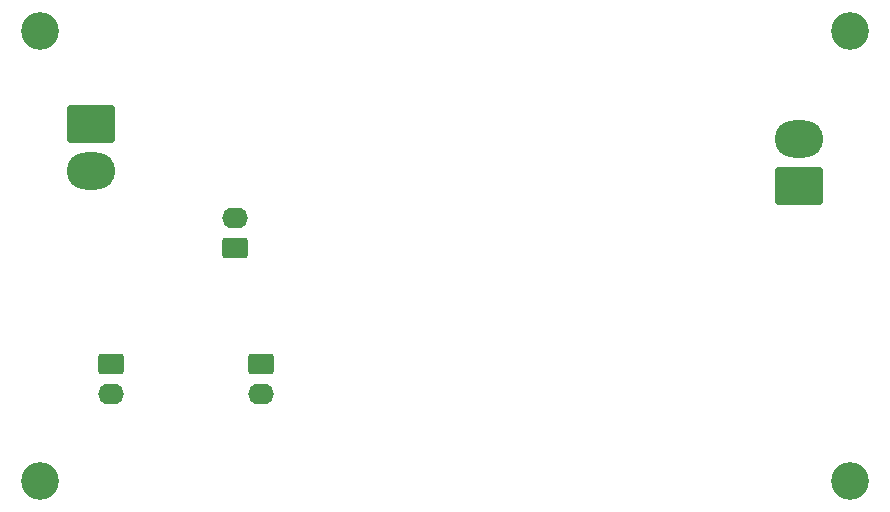
<source format=gbr>
%TF.GenerationSoftware,KiCad,Pcbnew,6.0.4-6f826c9f35~116~ubuntu21.10.1*%
%TF.CreationDate,2022-04-20T18:46:37+02:00*%
%TF.ProjectId,Carte_protection,43617274-655f-4707-926f-74656374696f,V.1.0*%
%TF.SameCoordinates,Original*%
%TF.FileFunction,Soldermask,Bot*%
%TF.FilePolarity,Negative*%
%FSLAX46Y46*%
G04 Gerber Fmt 4.6, Leading zero omitted, Abs format (unit mm)*
G04 Created by KiCad (PCBNEW 6.0.4-6f826c9f35~116~ubuntu21.10.1) date 2022-04-20 18:46:37*
%MOMM*%
%LPD*%
G01*
G04 APERTURE LIST*
G04 Aperture macros list*
%AMRoundRect*
0 Rectangle with rounded corners*
0 $1 Rounding radius*
0 $2 $3 $4 $5 $6 $7 $8 $9 X,Y pos of 4 corners*
0 Add a 4 corners polygon primitive as box body*
4,1,4,$2,$3,$4,$5,$6,$7,$8,$9,$2,$3,0*
0 Add four circle primitives for the rounded corners*
1,1,$1+$1,$2,$3*
1,1,$1+$1,$4,$5*
1,1,$1+$1,$6,$7*
1,1,$1+$1,$8,$9*
0 Add four rect primitives between the rounded corners*
20,1,$1+$1,$2,$3,$4,$5,0*
20,1,$1+$1,$4,$5,$6,$7,0*
20,1,$1+$1,$6,$7,$8,$9,0*
20,1,$1+$1,$8,$9,$2,$3,0*%
G04 Aperture macros list end*
%ADD10C,3.200000*%
%ADD11RoundRect,0.250000X-0.845000X0.620000X-0.845000X-0.620000X0.845000X-0.620000X0.845000X0.620000X0*%
%ADD12O,2.190000X1.740000*%
%ADD13RoundRect,0.250000X-1.800000X1.330000X-1.800000X-1.330000X1.800000X-1.330000X1.800000X1.330000X0*%
%ADD14O,4.100000X3.160000*%
%ADD15RoundRect,0.250000X0.845000X-0.620000X0.845000X0.620000X-0.845000X0.620000X-0.845000X-0.620000X0*%
%ADD16RoundRect,0.250000X1.800000X-1.330000X1.800000X1.330000X-1.800000X1.330000X-1.800000X-1.330000X0*%
G04 APERTURE END LIST*
D10*
X147955000Y-134620000D03*
X216535000Y-134620000D03*
D11*
X153924000Y-124737500D03*
D12*
X153924000Y-127277500D03*
D13*
X152295000Y-104417500D03*
D14*
X152295000Y-108377500D03*
D10*
X216535000Y-96520000D03*
D15*
X164465000Y-114935000D03*
D12*
X164465000Y-112395000D03*
D10*
X147955000Y-96520000D03*
D16*
X212195000Y-109614806D03*
D14*
X212195000Y-105654806D03*
D11*
X166624000Y-124737500D03*
D12*
X166624000Y-127277500D03*
M02*

</source>
